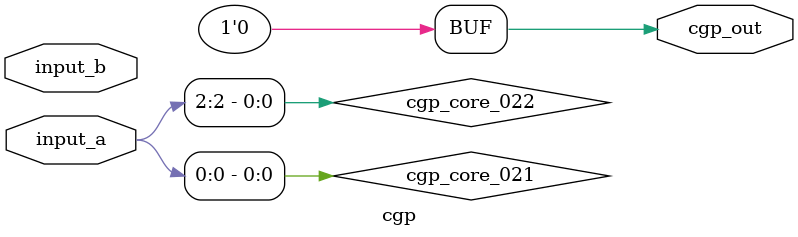
<source format=v>
module cgp(input [2:0] input_a, input [2:0] input_b, output [0:0] cgp_out);
  wire cgp_core_008;
  wire cgp_core_010;
  wire cgp_core_011;
  wire cgp_core_012;
  wire cgp_core_013;
  wire cgp_core_014;
  wire cgp_core_016;
  wire cgp_core_017;
  wire cgp_core_019;
  wire cgp_core_020_not;
  wire cgp_core_021;
  wire cgp_core_022;

  assign cgp_core_008 = ~input_b[2];
  assign cgp_core_010 = input_a[0] | input_b[2];
  assign cgp_core_011 = input_b[1] ^ input_b[1];
  assign cgp_core_012 = input_a[1] & cgp_core_011;
  assign cgp_core_013 = cgp_core_012 & cgp_core_010;
  assign cgp_core_014 = ~(input_a[1] ^ input_b[1]);
  assign cgp_core_016 = ~input_b[0];
  assign cgp_core_017 = input_a[0] & cgp_core_016;
  assign cgp_core_019 = ~(input_a[0] ^ input_b[0]);
  assign cgp_core_020_not = ~cgp_core_019;
  assign cgp_core_021 = input_a[0] | input_a[0];
  assign cgp_core_022 = input_a[2] | input_a[2];

  assign cgp_out[0] = 1'b0;
endmodule
</source>
